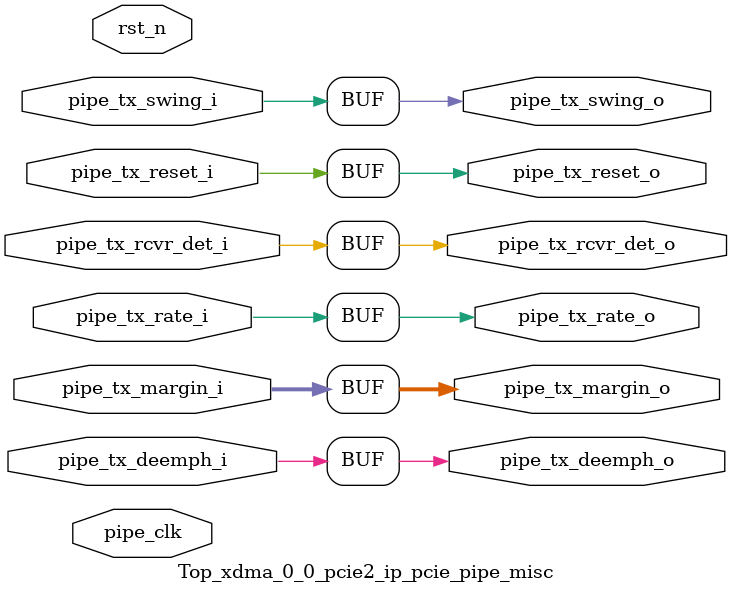
<source format=v>

`timescale 1ps/1ps

(* DowngradeIPIdentifiedWarnings = "yes" *)
module Top_xdma_0_0_pcie2_ip_pcie_pipe_misc #
(
    parameter        PIPE_PIPELINE_STAGES = 0,    // 0 - 0 stages, 1 - 1 stage, 2 - 2 stages
    parameter TCQ  = 1 // synthesis warning solved: parameter declaration becomes local
)
(

    input   wire        pipe_tx_rcvr_det_i       ,     // PIPE Tx Receiver Detect
    input   wire        pipe_tx_reset_i          ,     // PIPE Tx Reset
    input   wire        pipe_tx_rate_i           ,     // PIPE Tx Rate
    input   wire        pipe_tx_deemph_i         ,     // PIPE Tx Deemphasis
    input   wire [2:0]  pipe_tx_margin_i         ,     // PIPE Tx Margin
    input   wire        pipe_tx_swing_i          ,     // PIPE Tx Swing

    output  wire        pipe_tx_rcvr_det_o       ,     // Pipelined PIPE Tx Receiver Detect
    output  wire        pipe_tx_reset_o          ,     // Pipelined PIPE Tx Reset
    output  wire        pipe_tx_rate_o           ,     // Pipelined PIPE Tx Rate
    output  wire        pipe_tx_deemph_o         ,     // Pipelined PIPE Tx Deemphasis
    output  wire [2:0]  pipe_tx_margin_o         ,     // Pipelined PIPE Tx Margin
    output  wire        pipe_tx_swing_o          ,     // Pipelined PIPE Tx Swing

    input   wire        pipe_clk                ,      // PIPE Clock
    input   wire        rst_n                          // Reset
);

//******************************************************************//
// Reality check.                                                   //
//******************************************************************//

//    parameter TCQ  = 1;      // clock to out delay model

    generate

    if (PIPE_PIPELINE_STAGES == 0) begin : pipe_stages_0

        assign pipe_tx_rcvr_det_o = pipe_tx_rcvr_det_i;
        assign pipe_tx_reset_o  = pipe_tx_reset_i;
        assign pipe_tx_rate_o = pipe_tx_rate_i;
        assign pipe_tx_deemph_o = pipe_tx_deemph_i;
        assign pipe_tx_margin_o = pipe_tx_margin_i;
        assign pipe_tx_swing_o = pipe_tx_swing_i;

    end // if (PIPE_PIPELINE_STAGES == 0)
    else if (PIPE_PIPELINE_STAGES == 1) begin : pipe_stages_1

    reg                pipe_tx_rcvr_det_q       ;
    reg                pipe_tx_reset_q          ;
    reg                pipe_tx_rate_q           ;
    reg                pipe_tx_deemph_q         ;
    reg [2:0]          pipe_tx_margin_q         ;
    reg                pipe_tx_swing_q          ;

        always @(posedge pipe_clk) begin

        if (rst_n)
        begin

            pipe_tx_rcvr_det_q <= #TCQ 0;
            pipe_tx_reset_q  <= #TCQ 1'b1;
            pipe_tx_rate_q <= #TCQ 0;
            pipe_tx_deemph_q <= #TCQ 1'b1;
            pipe_tx_margin_q <= #TCQ 0;
            pipe_tx_swing_q <= #TCQ 0;

        end
        else
        begin

            pipe_tx_rcvr_det_q <= #TCQ pipe_tx_rcvr_det_i;
            pipe_tx_reset_q  <= #TCQ pipe_tx_reset_i;
            pipe_tx_rate_q <= #TCQ pipe_tx_rate_i;
            pipe_tx_deemph_q <= #TCQ pipe_tx_deemph_i;
            pipe_tx_margin_q <= #TCQ pipe_tx_margin_i;
            pipe_tx_swing_q <= #TCQ pipe_tx_swing_i;

          end

        end

        assign pipe_tx_rcvr_det_o = pipe_tx_rcvr_det_q;
        assign pipe_tx_reset_o  = pipe_tx_reset_q;
        assign pipe_tx_rate_o = pipe_tx_rate_q;
        assign pipe_tx_deemph_o = pipe_tx_deemph_q;
        assign pipe_tx_margin_o = pipe_tx_margin_q;
        assign pipe_tx_swing_o = pipe_tx_swing_q;

    end // if (PIPE_PIPELINE_STAGES == 1)
    else if (PIPE_PIPELINE_STAGES == 2) begin : pipe_stages_2

    reg                pipe_tx_rcvr_det_q       ;
    reg                pipe_tx_reset_q          ;
    reg                pipe_tx_rate_q           ;
    reg                pipe_tx_deemph_q         ;
    reg [2:0]          pipe_tx_margin_q         ;
    reg                pipe_tx_swing_q          ;

    reg                pipe_tx_rcvr_det_qq      ;
    reg                pipe_tx_reset_qq         ;
    reg                pipe_tx_rate_qq          ;
    reg                pipe_tx_deemph_qq        ;
    reg [2:0]          pipe_tx_margin_qq        ;
    reg                pipe_tx_swing_qq         ;

        always @(posedge pipe_clk) begin

        if (rst_n)
        begin

            pipe_tx_rcvr_det_q <= #TCQ 0;
            pipe_tx_reset_q  <= #TCQ 1'b1;
            pipe_tx_rate_q <= #TCQ 0;
            pipe_tx_deemph_q <= #TCQ 1'b1;
            pipe_tx_margin_q <= #TCQ 0;
            pipe_tx_swing_q <= #TCQ 0;

            pipe_tx_rcvr_det_qq <= #TCQ 0;
            pipe_tx_reset_qq  <= #TCQ 1'b1;
            pipe_tx_rate_qq <= #TCQ 0;
            pipe_tx_deemph_qq <= #TCQ 1'b1;
            pipe_tx_margin_qq <= #TCQ 0;
            pipe_tx_swing_qq <= #TCQ 0;

        end
        else
        begin

            pipe_tx_rcvr_det_q <= #TCQ pipe_tx_rcvr_det_i;
            pipe_tx_reset_q  <= #TCQ pipe_tx_reset_i;
            pipe_tx_rate_q <= #TCQ pipe_tx_rate_i;
            pipe_tx_deemph_q <= #TCQ pipe_tx_deemph_i;
            pipe_tx_margin_q <= #TCQ pipe_tx_margin_i;
            pipe_tx_swing_q <= #TCQ pipe_tx_swing_i;

            pipe_tx_rcvr_det_qq <= #TCQ pipe_tx_rcvr_det_q;
            pipe_tx_reset_qq  <= #TCQ pipe_tx_reset_q;
            pipe_tx_rate_qq <= #TCQ pipe_tx_rate_q;
            pipe_tx_deemph_qq <= #TCQ pipe_tx_deemph_q;
            pipe_tx_margin_qq <= #TCQ pipe_tx_margin_q;
            pipe_tx_swing_qq <= #TCQ pipe_tx_swing_q;

          end

        end

        assign pipe_tx_rcvr_det_o = pipe_tx_rcvr_det_qq;
        assign pipe_tx_reset_o  = pipe_tx_reset_qq;
        assign pipe_tx_rate_o = pipe_tx_rate_qq;
        assign pipe_tx_deemph_o = pipe_tx_deemph_qq;
        assign pipe_tx_margin_o = pipe_tx_margin_qq;
        assign pipe_tx_swing_o = pipe_tx_swing_qq;

    end // if (PIPE_PIPELINE_STAGES == 2)

    endgenerate

endmodule


</source>
